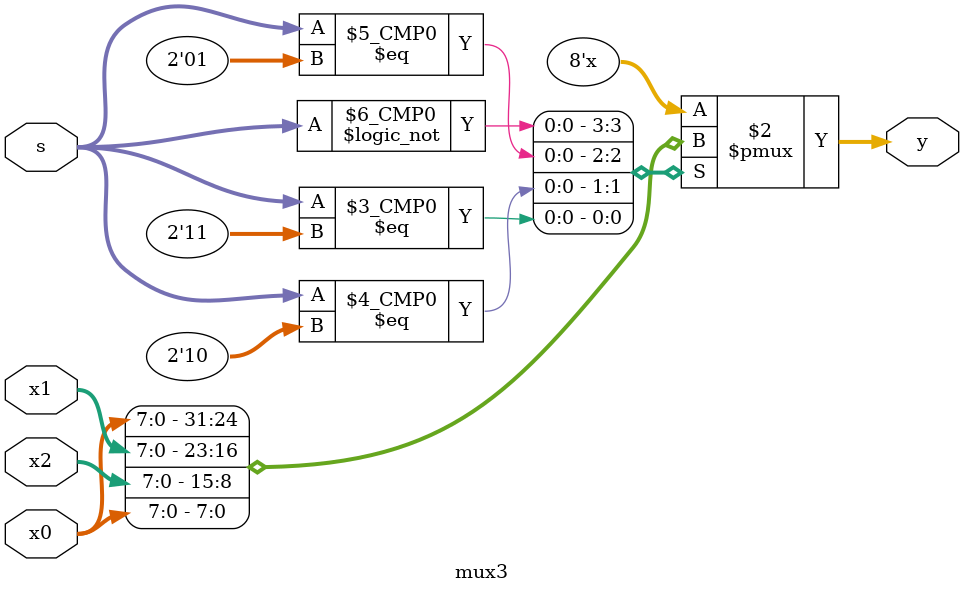
<source format=sv>
module mux3
#(parameter p_nbits=8) (
    input logic [p_nbits-1:0] x0,
    input logic [p_nbits-1:0] x1,
    input logic [p_nbits-1:0] x2,
    input logic [1:0] s,
    output logic [p_nbits-1:0] y
);
    always @(*) begin
        case(s)
            2'b00: y = x0;
            2'b01: y = x1;
            2'b10: y = x2;
            2'b11: y = x0;
        endcase
    end
endmodule

</source>
